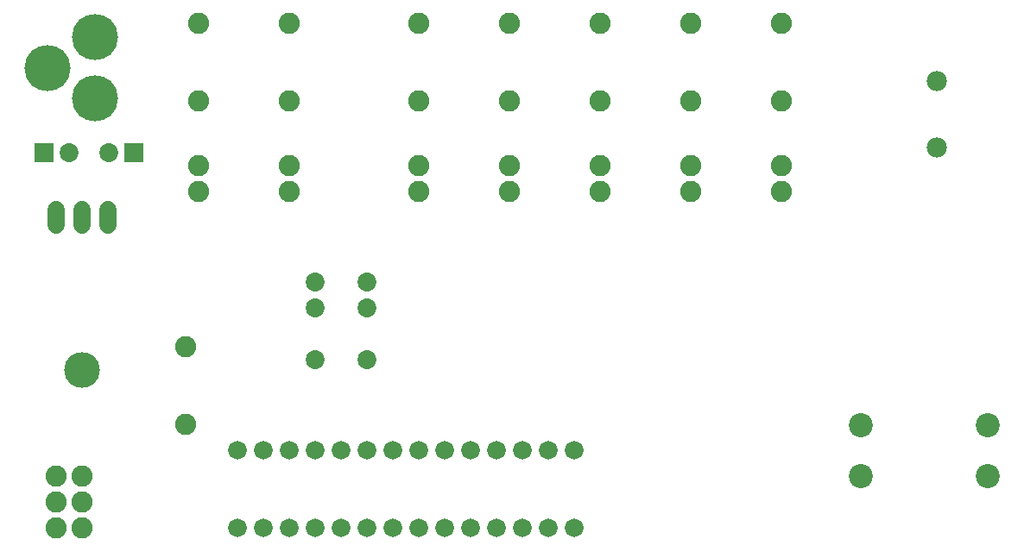
<source format=gbs>
G75*
%MOIN*%
%OFA0B0*%
%FSLAX25Y25*%
%IPPOS*%
%LPD*%
%AMOC8*
5,1,8,0,0,1.08239X$1,22.5*
%
%ADD10R,0.07300X0.07300*%
%ADD11C,0.07300*%
%ADD12C,0.08200*%
%ADD13C,0.17800*%
%ADD14C,0.07800*%
%ADD15C,0.09300*%
%ADD16C,0.06800*%
%ADD17C,0.13800*%
%ADD18C,0.07200*%
D10*
X0036079Y0176000D03*
X0070921Y0176000D03*
D11*
X0061079Y0176000D03*
X0045921Y0176000D03*
X0141000Y0126000D03*
X0141000Y0116000D03*
X0161000Y0116000D03*
X0161000Y0126000D03*
X0161000Y0096000D03*
X0141000Y0096000D03*
D12*
X0041000Y0031000D03*
X0051000Y0031000D03*
X0051000Y0041000D03*
X0051000Y0051000D03*
X0041000Y0051000D03*
X0041000Y0041000D03*
X0091000Y0071000D03*
X0091000Y0101000D03*
X0096000Y0161000D03*
X0096000Y0171000D03*
X0131000Y0171000D03*
X0131000Y0161000D03*
X0181000Y0161000D03*
X0181000Y0171000D03*
X0216000Y0171000D03*
X0216000Y0161000D03*
X0251000Y0161000D03*
X0251000Y0171000D03*
X0286000Y0171000D03*
X0286000Y0161000D03*
X0321000Y0161000D03*
X0321000Y0171000D03*
X0321000Y0196000D03*
X0286000Y0196000D03*
X0251000Y0196000D03*
X0216000Y0196000D03*
X0181000Y0196000D03*
X0181000Y0226000D03*
X0216000Y0226000D03*
X0251000Y0226000D03*
X0286000Y0226000D03*
X0321000Y0226000D03*
X0131000Y0226000D03*
X0096000Y0226000D03*
X0096000Y0196000D03*
X0131000Y0196000D03*
D13*
X0056000Y0197063D03*
X0037496Y0208874D03*
X0056000Y0220685D03*
D14*
X0381000Y0203795D03*
X0381000Y0178205D03*
D15*
X0400606Y0070843D03*
X0400606Y0051157D03*
X0351394Y0051157D03*
X0351394Y0070843D03*
D16*
X0061000Y0148000D02*
X0061000Y0154000D01*
X0051000Y0154000D02*
X0051000Y0148000D01*
X0041000Y0148000D02*
X0041000Y0154000D01*
D17*
X0051000Y0092000D03*
D18*
X0111000Y0061000D03*
X0121000Y0061000D03*
X0131000Y0061000D03*
X0141000Y0061000D03*
X0151000Y0061000D03*
X0161000Y0061000D03*
X0171000Y0061000D03*
X0181000Y0061000D03*
X0191000Y0061000D03*
X0201000Y0061000D03*
X0211000Y0061000D03*
X0221000Y0061000D03*
X0231000Y0061000D03*
X0241000Y0061000D03*
X0241000Y0031000D03*
X0231000Y0031000D03*
X0221000Y0031000D03*
X0211000Y0031000D03*
X0201000Y0031000D03*
X0191000Y0031000D03*
X0181000Y0031000D03*
X0171000Y0031000D03*
X0161000Y0031000D03*
X0151000Y0031000D03*
X0141000Y0031000D03*
X0131000Y0031000D03*
X0121000Y0031000D03*
X0111000Y0031000D03*
M02*

</source>
